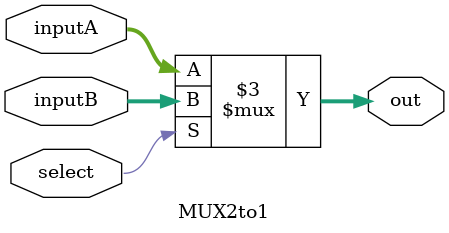
<source format=v>
module MUX2to1(
  input [31:0] inputA,
  input [31:0] inputB,
  input select,
  output reg [31:0] out
);
  
  always @(*) begin
    if (select)
      out = inputB;
    else
      out = inputA;
  end

endmodule

</source>
